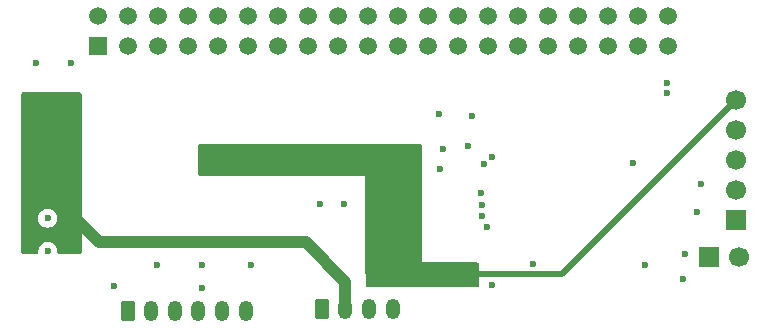
<source format=gbr>
%TF.GenerationSoftware,KiCad,Pcbnew,9.0.1*%
%TF.CreationDate,2025-04-15T21:25:17-04:00*%
%TF.ProjectId,psocpcb,70736f63-7063-4622-9e6b-696361645f70,rev?*%
%TF.SameCoordinates,Original*%
%TF.FileFunction,Copper,L2,Inr*%
%TF.FilePolarity,Positive*%
%FSLAX46Y46*%
G04 Gerber Fmt 4.6, Leading zero omitted, Abs format (unit mm)*
G04 Created by KiCad (PCBNEW 9.0.1) date 2025-04-15 21:25:17*
%MOMM*%
%LPD*%
G01*
G04 APERTURE LIST*
G04 Aperture macros list*
%AMRoundRect*
0 Rectangle with rounded corners*
0 $1 Rounding radius*
0 $2 $3 $4 $5 $6 $7 $8 $9 X,Y pos of 4 corners*
0 Add a 4 corners polygon primitive as box body*
4,1,4,$2,$3,$4,$5,$6,$7,$8,$9,$2,$3,0*
0 Add four circle primitives for the rounded corners*
1,1,$1+$1,$2,$3*
1,1,$1+$1,$4,$5*
1,1,$1+$1,$6,$7*
1,1,$1+$1,$8,$9*
0 Add four rect primitives between the rounded corners*
20,1,$1+$1,$2,$3,$4,$5,0*
20,1,$1+$1,$4,$5,$6,$7,0*
20,1,$1+$1,$6,$7,$8,$9,0*
20,1,$1+$1,$8,$9,$2,$3,0*%
G04 Aperture macros list end*
%TA.AperFunction,ComponentPad*%
%ADD10RoundRect,0.250000X-0.350000X-0.625000X0.350000X-0.625000X0.350000X0.625000X-0.350000X0.625000X0*%
%TD*%
%TA.AperFunction,ComponentPad*%
%ADD11O,1.200000X1.750000*%
%TD*%
%TA.AperFunction,ComponentPad*%
%ADD12R,1.700000X1.700000*%
%TD*%
%TA.AperFunction,ComponentPad*%
%ADD13C,1.700000*%
%TD*%
%TA.AperFunction,ComponentPad*%
%ADD14R,1.508000X1.508000*%
%TD*%
%TA.AperFunction,ComponentPad*%
%ADD15C,1.508000*%
%TD*%
%TA.AperFunction,ViaPad*%
%ADD16C,0.600000*%
%TD*%
%TA.AperFunction,Conductor*%
%ADD17C,1.000000*%
%TD*%
%TA.AperFunction,Conductor*%
%ADD18C,0.508000*%
%TD*%
G04 APERTURE END LIST*
D10*
%TO.N,GND*%
%TO.C,J5*%
X99450000Y-73900000D03*
D11*
%TO.N,/5V*%
X101450000Y-73900000D03*
%TO.N,/SCL1.8*%
X103450000Y-73900000D03*
%TO.N,/SDA1.8*%
X105450000Y-73900000D03*
%TD*%
D12*
%TO.N,/usbtx*%
%TO.C,J2*%
X132225000Y-69500000D03*
D13*
%TO.N,/usbrx*%
X134765000Y-69500000D03*
%TD*%
D12*
%TO.N,/SWDIO*%
%TO.C,J1*%
X134550000Y-66340000D03*
D13*
%TO.N,/SWDCLK*%
X134550000Y-63800000D03*
%TO.N,/XRES*%
X134550000Y-61260000D03*
%TO.N,GND*%
X134550000Y-58720000D03*
%TO.N,/VTAG*%
X134550000Y-56180000D03*
%TD*%
D14*
%TO.N,unconnected-(A1-3V3[1]-Pad1)*%
%TO.C,A1*%
X80485000Y-51670000D03*
D15*
%TO.N,Net-(A1-5V[1])*%
X80485000Y-49130000D03*
%TO.N,unconnected-(A1-GPIO2{slash}SDA-Pad3)*%
X83025000Y-51670000D03*
%TO.N,Net-(A1-5V[1])*%
X83025000Y-49130000D03*
%TO.N,unconnected-(A1-GPIO3{slash}SCL-Pad5)*%
X85565000Y-51670000D03*
%TO.N,GND*%
X85565000Y-49130000D03*
%TO.N,/reset*%
X88105000Y-51670000D03*
%TO.N,/MCURX*%
X88105000Y-49130000D03*
%TO.N,GND*%
X90645000Y-51670000D03*
%TO.N,/MCUTX*%
X90645000Y-49130000D03*
%TO.N,unconnected-(A1-GPIO17{slash}GEN0-Pad11)*%
X93185000Y-51670000D03*
%TO.N,unconnected-(A1-GPIO18-Pad12)*%
X93185000Y-49130000D03*
%TO.N,unconnected-(A1-GPIO27{slash}GEN2-Pad13)*%
X95725000Y-51670000D03*
%TO.N,GND*%
X95725000Y-49130000D03*
%TO.N,unconnected-(A1-GPIO22{slash}GEN3-Pad15)*%
X98265000Y-51670000D03*
%TO.N,unconnected-(A1-GEN4{slash}GPIO23-Pad16)*%
X98265000Y-49130000D03*
%TO.N,unconnected-(A1-3V3[2]-Pad17)*%
X100805000Y-51670000D03*
%TO.N,unconnected-(A1-GEN5{slash}GPIO24-Pad18)*%
X100805000Y-49130000D03*
%TO.N,unconnected-(A1-GPIO10{slash}MOSI-Pad19)*%
X103345000Y-51670000D03*
%TO.N,GND*%
X103345000Y-49130000D03*
%TO.N,unconnected-(A1-GPIO9{slash}MISO-Pad21)*%
X105885000Y-51670000D03*
%TO.N,unconnected-(A1-GEN{slash}6GPIO25-Pad22)*%
X105885000Y-49130000D03*
%TO.N,unconnected-(A1-GPIO11{slash}SCLK-Pad23)*%
X108425000Y-51670000D03*
%TO.N,unconnected-(A1-~{CE0}{slash}GPIO8-Pad24)*%
X108425000Y-49130000D03*
%TO.N,GND*%
X110965000Y-51670000D03*
%TO.N,unconnected-(A1-~{CE1}{slash}~{GPIO7}-Pad26)*%
X110965000Y-49130000D03*
%TO.N,unconnected-(A1-ID_SD-Pad27)*%
X113505000Y-51670000D03*
%TO.N,unconnected-(A1-ID_SC-Pad28)*%
X113505000Y-49130000D03*
%TO.N,unconnected-(A1-GPIO5-Pad29)*%
X116045000Y-51670000D03*
%TO.N,GND*%
X116045000Y-49130000D03*
%TO.N,unconnected-(A1-GPIO6-Pad31)*%
X118585000Y-51670000D03*
%TO.N,unconnected-(A1-GPIO12-Pad32)*%
X118585000Y-49130000D03*
%TO.N,unconnected-(A1-GPIO13-Pad33)*%
X121125000Y-51670000D03*
%TO.N,GND*%
X121125000Y-49130000D03*
%TO.N,unconnected-(A1-GPIO19-Pad35)*%
X123665000Y-51670000D03*
%TO.N,unconnected-(A1-GPIO16-Pad36)*%
X123665000Y-49130000D03*
%TO.N,unconnected-(A1-GPIO26-Pad37)*%
X126205000Y-51670000D03*
%TO.N,unconnected-(A1-GPIO20-Pad38)*%
X126205000Y-49130000D03*
%TO.N,GND*%
X128745000Y-51670000D03*
%TO.N,unconnected-(A1-GPIO21-Pad40)*%
X128745000Y-49130000D03*
%TD*%
D10*
%TO.N,GNDA*%
%TO.C,J7*%
X83000000Y-74050000D03*
D11*
%TO.N,/ADC2_raw*%
X85000000Y-74050000D03*
%TO.N,/ADC3_raw*%
X87000000Y-74050000D03*
%TO.N,GNDA*%
X89000000Y-74050000D03*
%TO.N,/ADC1_raw*%
X91000000Y-74050000D03*
%TO.N,/ADC0_raw*%
X93000000Y-74050000D03*
%TD*%
D16*
%TO.N,GND*%
X75250000Y-53100000D03*
X99275000Y-64975000D03*
X112175000Y-57525000D03*
X109325000Y-57375000D03*
X111800000Y-60075000D03*
X78250000Y-53050000D03*
X113875000Y-71900000D03*
X130000000Y-71350000D03*
X117325000Y-70125000D03*
X109675000Y-60350000D03*
X76250000Y-69025000D03*
X101350000Y-65000000D03*
X126800000Y-70200000D03*
X76225000Y-66225000D03*
%TO.N,/SDA*%
X125800000Y-61550000D03*
X113000000Y-65075000D03*
%TO.N,/ADC0*%
X112950000Y-64075000D03*
%TO.N,/ADC1*%
X109450000Y-62025000D03*
%TO.N,/ADC2*%
X113850000Y-61025000D03*
%TO.N,/ADC3*%
X113200000Y-61650000D03*
%TO.N,/SWDCLK*%
X131550000Y-63275000D03*
X128675000Y-54800000D03*
%TO.N,/SWDIO*%
X128675000Y-55625000D03*
X131200000Y-65725000D03*
%TO.N,/5V*%
X78625000Y-59725000D03*
X78575000Y-57450000D03*
X74475000Y-58450000D03*
X76500000Y-59825000D03*
X77750000Y-66850000D03*
X76500000Y-56800000D03*
X78600000Y-62100000D03*
X74525000Y-61375000D03*
X76500000Y-62750000D03*
%TO.N,GNDA*%
X89325000Y-70200000D03*
X81875000Y-71925000D03*
X85500000Y-70150000D03*
X89325000Y-72150000D03*
X93450000Y-70150000D03*
%TO.N,/VTAG*%
X91025000Y-61950000D03*
X108550000Y-70975000D03*
X101525000Y-61025000D03*
X98800000Y-61025000D03*
X112275000Y-70975000D03*
X93450000Y-61975000D03*
X104000000Y-61025000D03*
X110425000Y-70975000D03*
%TO.N,Net-(U7-P0.1)*%
X112975000Y-66050000D03*
%TO.N,Net-(U7-P0.0)*%
X113425000Y-66975000D03*
%TO.N,/XRES*%
X130200000Y-69200000D03*
%TD*%
D17*
%TO.N,/5V*%
X101450000Y-71600000D02*
X101450000Y-73900000D01*
X98100000Y-68250000D02*
X101450000Y-71600000D01*
X76500000Y-62750000D02*
X76500000Y-59825000D01*
X76500000Y-62750000D02*
X76500000Y-64200000D01*
X76500000Y-59825000D02*
X76500000Y-56800000D01*
X76500000Y-64200000D02*
X80550000Y-68250000D01*
X80550000Y-68250000D02*
X98100000Y-68250000D01*
D18*
%TO.N,/VTAG*%
X134550000Y-56180000D02*
X119755000Y-70975000D01*
X112275000Y-70975000D02*
X108550000Y-70975000D01*
X119755000Y-70975000D02*
X112275000Y-70975000D01*
%TD*%
%TA.AperFunction,Conductor*%
%TO.N,/VTAG*%
G36*
X107893039Y-59969685D02*
G01*
X107938794Y-60022489D01*
X107950000Y-60074000D01*
X107950000Y-69950000D01*
X112626000Y-69950000D01*
X112693039Y-69969685D01*
X112738794Y-70022489D01*
X112750000Y-70074000D01*
X112750000Y-71926000D01*
X112730315Y-71993039D01*
X112677511Y-72038794D01*
X112626000Y-72050000D01*
X103273489Y-72050000D01*
X103206450Y-72030315D01*
X103160695Y-71977511D01*
X103149490Y-71926512D01*
X103141322Y-69950000D01*
X103100000Y-59950000D01*
X107826000Y-59950000D01*
X107893039Y-59969685D01*
G37*
%TD.AperFunction*%
%TD*%
%TA.AperFunction,Conductor*%
%TO.N,/VTAG*%
G36*
X103110950Y-62600000D02*
G01*
X89074000Y-62600000D01*
X89006961Y-62580315D01*
X88961206Y-62527511D01*
X88950000Y-62476000D01*
X88950000Y-60074000D01*
X88969685Y-60006961D01*
X89022489Y-59961206D01*
X89074000Y-59950000D01*
X103100000Y-59950000D01*
X103110950Y-62600000D01*
G37*
%TD.AperFunction*%
%TD*%
%TA.AperFunction,Conductor*%
%TO.N,/5V*%
G36*
X79043039Y-55569685D02*
G01*
X79088794Y-55622489D01*
X79100000Y-55674000D01*
X79100000Y-69076000D01*
X79080315Y-69143039D01*
X79027511Y-69188794D01*
X78976000Y-69200000D01*
X77174500Y-69200000D01*
X77107461Y-69180315D01*
X77061706Y-69127511D01*
X77050500Y-69076000D01*
X77050500Y-68946155D01*
X77050499Y-68946153D01*
X77019738Y-68791510D01*
X77019737Y-68791503D01*
X77019735Y-68791498D01*
X76959397Y-68645827D01*
X76959390Y-68645814D01*
X76871789Y-68514711D01*
X76871786Y-68514707D01*
X76760292Y-68403213D01*
X76760288Y-68403210D01*
X76629185Y-68315609D01*
X76629172Y-68315602D01*
X76483501Y-68255264D01*
X76483489Y-68255261D01*
X76328845Y-68224500D01*
X76328842Y-68224500D01*
X76171158Y-68224500D01*
X76171155Y-68224500D01*
X76016510Y-68255261D01*
X76016498Y-68255264D01*
X75870827Y-68315602D01*
X75870814Y-68315609D01*
X75739711Y-68403210D01*
X75739707Y-68403213D01*
X75628213Y-68514707D01*
X75628210Y-68514711D01*
X75540609Y-68645814D01*
X75540602Y-68645827D01*
X75480264Y-68791498D01*
X75480261Y-68791510D01*
X75449500Y-68946153D01*
X75449500Y-69076000D01*
X75429815Y-69143039D01*
X75377011Y-69188794D01*
X75325500Y-69200000D01*
X74124000Y-69200000D01*
X74056961Y-69180315D01*
X74011206Y-69127511D01*
X74000000Y-69076000D01*
X74000000Y-66146153D01*
X75424500Y-66146153D01*
X75424500Y-66303846D01*
X75455261Y-66458489D01*
X75455264Y-66458501D01*
X75515602Y-66604172D01*
X75515609Y-66604185D01*
X75603210Y-66735288D01*
X75603213Y-66735292D01*
X75714707Y-66846786D01*
X75714711Y-66846789D01*
X75845814Y-66934390D01*
X75845827Y-66934397D01*
X75991498Y-66994735D01*
X75991503Y-66994737D01*
X76146153Y-67025499D01*
X76146156Y-67025500D01*
X76146158Y-67025500D01*
X76303844Y-67025500D01*
X76303845Y-67025499D01*
X76458497Y-66994737D01*
X76604179Y-66934394D01*
X76735289Y-66846789D01*
X76846789Y-66735289D01*
X76934394Y-66604179D01*
X76994737Y-66458497D01*
X77025500Y-66303842D01*
X77025500Y-66146158D01*
X77025500Y-66146155D01*
X77025499Y-66146153D01*
X76994738Y-65991510D01*
X76994737Y-65991503D01*
X76994735Y-65991498D01*
X76934397Y-65845827D01*
X76934390Y-65845814D01*
X76846789Y-65714711D01*
X76846786Y-65714707D01*
X76735292Y-65603213D01*
X76735288Y-65603210D01*
X76604185Y-65515609D01*
X76604172Y-65515602D01*
X76458501Y-65455264D01*
X76458489Y-65455261D01*
X76303845Y-65424500D01*
X76303842Y-65424500D01*
X76146158Y-65424500D01*
X76146155Y-65424500D01*
X75991510Y-65455261D01*
X75991498Y-65455264D01*
X75845827Y-65515602D01*
X75845814Y-65515609D01*
X75714711Y-65603210D01*
X75714707Y-65603213D01*
X75603213Y-65714707D01*
X75603210Y-65714711D01*
X75515609Y-65845814D01*
X75515602Y-65845827D01*
X75455264Y-65991498D01*
X75455261Y-65991510D01*
X75424500Y-66146153D01*
X74000000Y-66146153D01*
X74000000Y-55674000D01*
X74019685Y-55606961D01*
X74072489Y-55561206D01*
X74124000Y-55550000D01*
X78976000Y-55550000D01*
X79043039Y-55569685D01*
G37*
%TD.AperFunction*%
%TD*%
M02*

</source>
